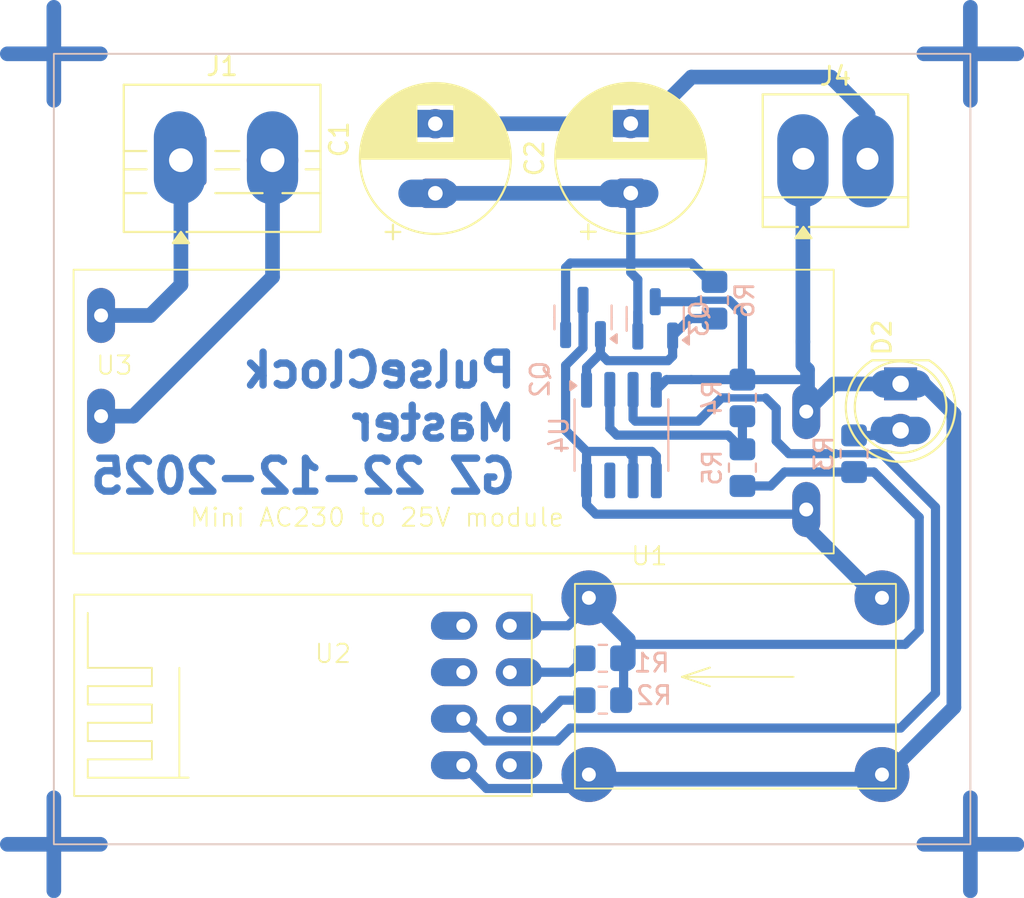
<source format=kicad_pcb>
(kicad_pcb (version 20241229) (generator "pcbnew") (generator_version "9.0")
  (layers (0 "F.Cu" signal) (2 "B.Cu" signal) (13 "F.Paste" user) (15 "B.Paste" user) (5 "F.SilkS" user "F.Silkscreen") (7 "B.SilkS" user "B.Silkscreen") (1 "F.Mask" user) (3 "B.Mask" user) (25 "Edge.Cuts" user))
  (net 0 "")
  (net 1 "GND")
  (net 2 "Net-(D2-A)")
  (net 3 "Net-(J1-Pin_1)")
  (net 4 "+24V")
  (net 5 "Net-(Q2-E)")
  (net 6 "Net-(Q2-B)")
  (net 7 "+3.3V")
  (net 8 "Net-(U2-RST)")
  (net 9 "Net-(U2-EN)")
  (net 10 "Net-(U4A--)")
  (net 11 "Net-(U2-IO2)")
  (net 12 "unconnected-(U2-Tx-Pad5)")
  (net 13 "unconnected-(U2-Rx-Pad4)")
  (net 14 "rel1")
  (net 16 "Net-(J4-Pin_2)")
  (net 17 "Net-(J1-Pin_2)")
  (footprint "TerminalBlock:TerminalBlock_MaiXu_MX126-5.0-02P_1x02_P5.00mm" (layer "F.Cu") (at 157.306 41.3695)
    (property "Reference" "J1" (at 2.25 -5.12 0) (layer "F.SilkS"))
    (property "Value" "230V AC")
    (pad "1" thru_hole roundrect (at 0 0) (size 2.8 2.8) (drill 1.3) (layers "*.Cu" "*.Mask") (roundrect_rratio 0.089286) (net 3 "Net-(J1-Pin_1)"))
    (pad "2" thru_hole circle (at 5 0) (size 2.8 2.8) (drill 1.3) (layers "*.Cu" "*.Mask") (net 17 "Net-(J1-Pin_2)"))
  )
  (footprint "ownFootprints:ESP01_conn+outline" (layer "F.Cu") (at 172.72 54.102)
    (property "Reference" "U2" (at -7.112 14.224 0) (layer "F.SilkS") (effects (font (thickness 0.1))))
    (property "Value" "ESP01")
    (pad "1" thru_hole oval (at 0 20.32) (size 2.524 1.524) (drill 0.762 (offset -0.5 0)) (layers "*.Cu" "*.Mask") (net 1 "GND"))
    (pad "2" thru_hole oval (at 0 17.78) (size 2.524 1.524) (drill 0.762 (offset -0.5 0)) (layers "*.Cu" "*.Mask") (net 11 "Net-(U2-IO2)"))
    (pad "3" thru_hole oval (at 0 15.24) (size 2.524 1.524) (drill 0.762 (offset -0.5 0)) (layers "*.Cu" "*.Mask") (net 14 "rel1"))
    (pad "4" thru_hole oval (at 0 12.7) (size 2.524 1.524) (drill 0.762 (offset -0.5 0)) (layers "*.Cu" "*.Mask") (net 13 "unconnected-(U2-Rx-Pad4)"))
    (pad "5" thru_hole oval (at 2.54 20.32) (size 2.524 1.524) (drill 0.762 (offset 0.5 0)) (layers "*.Cu" "*.Mask") (net 12 "unconnected-(U2-Tx-Pad5)"))
    (pad "6" thru_hole oval (at 2.54 17.78) (size 2.524 1.524) (drill 0.762 (offset 0.5 0)) (layers "*.Cu" "*.Mask") (net 9 "Net-(U2-EN)"))
    (pad "7" thru_hole oval (at 2.54 15.24) (size 2.524 1.524) (drill 0.762 (offset 0.5 0)) (layers "*.Cu" "*.Mask") (net 8 "Net-(U2-RST)"))
    (pad "8" thru_hole oval (at 2.54 12.7) (size 2.524 1.524) (drill 0.762 (offset 0.5 0)) (layers "*.Cu" "*.Mask") (net 7 "+3.3V"))
  )
  (footprint "TerminalBlock_4Ucon:TerminalBlock_4Ucon_1x02_P3.50mm_Horizontal" (layer "F.Cu") (at 191.29 41.2965)
    (property "Reference" "J4" (at 1.75 -4.52 0) (layer "F.SilkS"))
    (property "Value" "out")
    (pad "1" thru_hole roundrect (at 0 0) (size 2.4 2.4) (drill 1.2) (layers "*.Cu" "*.Mask") (roundrect_rratio 0.104167) (net 1 "GND"))
    (pad "2" thru_hole circle (at 3.5 0) (size 2.4 2.4) (drill 1.2) (layers "*.Cu" "*.Mask") (net 16 "Net-(J4-Pin_2)"))
  )
  (footprint "Capacitor_THT:CP_Radial_D8.0mm_P3.80mm" (layer "F.Cu") (at 181.864 43.17 90)
    (property "Reference" "C2" (at 1.9 -5.25 90) (layer "F.SilkS"))
    (property "Value" "470uF/40V")
    (pad "1" thru_hole roundrect (at 0 0 90) (size 1.6 1.6) (drill 0.8) (layers "*.Cu" "*.Mask") (roundrect_rratio 0.15625) (net 5 "Net-(Q2-E)"))
    (pad "2" thru_hole circle (at 3.8 0 90) (size 1.6 1.6) (drill 0.8) (layers "*.Cu" "*.Mask") (net 16 "Net-(J4-Pin_2)"))
  )
  (footprint "LED_THT:LED_D5.0mm" (layer "F.Cu") (at 196.596 53.589 -90)
    (property "Reference" "D2" (at -2.535 1.016 90) (layer "F.SilkS"))
    (property "Value" "LED")
    (pad "1" thru_hole rect (at 0 0 270) (size 1.8 1.8) (drill 0.9) (layers "*.Cu" "*.Mask") (net 1 "GND"))
    (pad "2" thru_hole circle (at 2.54 0 270) (size 1.8 1.8) (drill 0.9) (layers "*.Cu" "*.Mask") (net 2 "Net-(D2-A)"))
  )
  (footprint "ownFootprints:Mini Ac-DC 230 to 24V module EBAY" (layer "F.Cu") (at 171.196 55.352)
    (property "Reference" "U3" (at -17.526 -2.774 0) (layer "F.SilkS") (effects (font (thickness 0.1))))
    (property "Value" "230to24V")
    (fp_text user "Mini AC230 to 25V module" (at -13.462 6.116 0) (layer "F.SilkS") (effects (font (thickness 0.1)) (justify left bottom)))
    (pad "1" thru_hole oval (at -18.25 -5.5) (size 1.524 3) (drill 0.762) (layers "*.Cu" "*.Mask") (net 3 "Net-(J1-Pin_1)"))
    (pad "2" thru_hole oval (at -18.25 0) (size 1.524 3) (drill 0.762) (layers "*.Cu" "*.Mask") (net 17 "Net-(J1-Pin_2)"))
    (pad "3" thru_hole oval (at 20.25 -0.25) (size 1.524 3) (drill 0.762) (layers "*.Cu" "*.Mask") (net 1 "GND"))
    (pad "4" thru_hole oval (at 20.25 5.1) (size 1.524 3) (drill 0.762) (layers "*.Cu" "*.Mask") (net 4 "+24V"))
  )
  (footprint "ownFootprints:Mini-Stepdown" (layer "F.Cu") (at 178.816 64.516)
    (property "Reference" "U1" (at 4.064 -1.524 0) (layer "F.SilkS") (effects (font (thickness 0.1))))
    (property "Value" "stepdown")
    (pad "1" thru_hole circle (at 16.764 0.762) (size 3 3) (drill 0.762) (layers "*.Cu" "*.Mask") (net 4 "+24V"))
    (pad "2" thru_hole circle (at 16.764 10.414) (size 3 3) (drill 0.762) (layers "*.Cu" "*.Mask") (net 1 "GND"))
    (pad "3" thru_hole circle (at 0.762 0.762) (size 3 3) (drill 0.762) (layers "*.Cu" "*.Mask") (net 7 "+3.3V"))
    (pad "4" thru_hole circle (at 0.762 10.414) (size 3 3) (drill 0.762) (layers "*.Cu" "*.Mask") (net 1 "GND"))
  )
  (footprint "Capacitor_THT:CP_Radial_D8.0mm_P3.80mm" (layer "F.Cu") (at 171.196 43.18 90)
    (property "Reference" "C1" (at 2.9485 -5.25 90) (layer "F.SilkS"))
    (property "Value" "470uF/40V")
    (pad "1" thru_hole roundrect (at 0 0 90) (size 1.6 1.6) (drill 0.8) (layers "*.Cu" "*.Mask") (roundrect_rratio 0.15625) (net 5 "Net-(Q2-E)"))
    (pad "2" thru_hole circle (at 3.8 0 90) (size 1.6 1.6) (drill 0.8) (layers "*.Cu" "*.Mask") (net 16 "Net-(J4-Pin_2)"))
  )
  (footprint "Resistor_SMD:R_0805_2012Metric_Pad1.20x1.40mm_HandSolder" (layer "B.Cu") (at 180.34 68.58 180)
    (property "Reference" "R1" (at -2.667 -0.254 0) (layer "B.SilkS") (effects (justify mirror)))
    (property "Value" "10k")
    (pad "1" smd roundrect (at -1 0 180) (size 1.2 1.4) (layers "B.Cu" "B.Mask" "B.Paste") (roundrect_rratio 0.208333) (net 7 "+3.3V"))
    (pad "2" smd roundrect (at 1 0 180) (size 1.2 1.4) (layers "B.Cu" "B.Mask" "B.Paste") (roundrect_rratio 0.208333) (net 8 "Net-(U2-RST)"))
  )
  (footprint "Resistor_SMD:R_0805_2012Metric_Pad1.20x1.40mm_HandSolder" (layer "B.Cu") (at 194.056 57.404 -90)
    (property "Reference" "R3" (at 0 1.65 90) (layer "B.SilkS") (effects (justify mirror)))
    (property "Value" "180")
    (pad "1" smd roundrect (at -1 0 270) (size 1.2 1.4) (layers "B.Cu" "B.Mask" "B.Paste") (roundrect_rratio 0.208333) (net 2 "Net-(D2-A)"))
    (pad "2" smd roundrect (at 1 0 270) (size 1.2 1.4) (layers "B.Cu" "B.Mask" "B.Paste") (roundrect_rratio 0.208333) (net 7 "+3.3V"))
  )
  (footprint "Resistor_SMD:R_0805_2012Metric_Pad1.20x1.40mm_HandSolder" (layer "B.Cu") (at 186.436 49.022 90)
    (property "Reference" "R6" (at 0 1.65 90) (layer "B.SilkS") (effects (justify mirror)))
    (property "Value" "220")
    (pad "1" smd roundrect (at -1 0 90) (size 1.2 1.4) (layers "B.Cu" "B.Mask" "B.Paste") (roundrect_rratio 0.208333) (net 6 "Net-(Q2-B)"))
    (pad "2" smd roundrect (at 1 0 90) (size 1.2 1.4) (layers "B.Cu" "B.Mask" "B.Paste") (roundrect_rratio 0.208333) (net 5 "Net-(Q2-E)"))
  )
  (footprint "Resistor_SMD:R_0805_2012Metric_Pad1.20x1.40mm_HandSolder" (layer "B.Cu") (at 187.96 58.166 -90)
    (property "Reference" "R5" (at 0 1.65 90) (layer "B.SilkS") (effects (justify mirror)))
    (property "Value" "3k3")
    (pad "1" smd roundrect (at -1 0 270) (size 1.2 1.4) (layers "B.Cu" "B.Mask" "B.Paste") (roundrect_rratio 0.208333) (net 10 "Net-(U4A--)"))
    (pad "2" smd roundrect (at 1 0 270) (size 1.2 1.4) (layers "B.Cu" "B.Mask" "B.Paste") (roundrect_rratio 0.208333) (net 7 "+3.3V"))
  )
  (footprint "Resistor_SMD:R_0805_2012Metric_Pad1.20x1.40mm_HandSolder" (layer "B.Cu") (at 187.96 54.356 -90)
    (property "Reference" "R4" (at 0 1.65 90) (layer "B.SilkS") (effects (justify mirror)))
    (property "Value" "3k3")
    (pad "1" smd roundrect (at -1 0 270) (size 1.2 1.4) (layers "B.Cu" "B.Mask" "B.Paste") (roundrect_rratio 0.208333) (net 1 "GND"))
    (pad "2" smd roundrect (at 1 0 270) (size 1.2 1.4) (layers "B.Cu" "B.Mask" "B.Paste") (roundrect_rratio 0.208333) (net 10 "Net-(U4A--)"))
  )
  (footprint "Package_TO_SOT_SMD:SOT-23" (layer "B.Cu") (at 179.258 49.9595 90)
    (property "Reference" "Q2" (at -3.3805 -2.347 90) (layer "B.SilkS") (effects (justify mirror)))
    (property "Value" "BC817")
    (pad "1" smd roundrect (at -0.9375 0.95 90) (size 1.475 0.6) (layers "B.Cu" "B.Mask" "B.Paste") (net 6 "Net-(Q2-B)"))
    (pad "2" smd roundrect (at -0.9375 -0.95 90) (size 1.475 0.6) (layers "B.Cu" "B.Mask" "B.Paste") (net 5 "Net-(Q2-E)"))
    (pad "3" smd roundrect (at 0.9375 0 90) (size 1.475 0.6) (layers "B.Cu" "B.Mask" "B.Paste") (net 4 "+24V"))
  )
  (footprint "Package_SO:SOIC-8_3.9x4.9mm_P1.27mm" (layer "B.Cu") (at 181.356 56.388 -90)
    (property "Reference" "U4" (at 0 3.4 90) (layer "B.SilkS") (effects (justify mirror)))
    (property "Value" "LM358")
    (pad "1" smd roundrect (at -2.475 1.905 270) (size 1.95 0.6) (layers "B.Cu" "B.Mask" "B.Paste") (net 6 "Net-(Q2-B)"))
    (pad "2" smd roundrect (at -2.475 0.635 270) (size 1.95 0.6) (layers "B.Cu" "B.Mask" "B.Paste") (net 10 "Net-(U4A--)"))
    (pad "3" smd roundrect (at -2.475 -0.635 270) (size 1.95 0.6) (layers "B.Cu" "B.Mask" "B.Paste") (net 11 "Net-(U2-IO2)"))
    (pad "4" smd roundrect (at -2.475 -1.905 270) (size 1.95 0.6) (layers "B.Cu" "B.Mask" "B.Paste") (net 1 "GND"))
    (pad "5" smd roundrect (at 2.475 -1.905 270) (size 1.95 0.6) (layers "B.Cu" "B.Mask" "B.Paste") (net 4 "+24V"))
    (pad "6" smd roundrect (at 2.475 -0.635 270) (size 1.95 0.6) (layers "B.Cu" "B.Mask" "B.Paste") (net 4 "+24V"))
    (pad "7" smd roundrect (at 2.475 0.635 270) (size 1.95 0.6) (layers "B.Cu" "B.Mask" "B.Paste"))
    (pad "8" smd roundrect (at 2.475 1.905 270) (size 1.95 0.6) (layers "B.Cu" "B.Mask" "B.Paste") (net 4 "+24V"))
  )
  (footprint "Resistor_SMD:R_0805_2012Metric_Pad1.20x1.40mm_HandSolder" (layer "B.Cu") (at 180.34 70.866 180)
    (property "Reference" "R2" (at -2.794 0.254 0) (layer "B.SilkS") (effects (justify mirror)))
    (property "Value" "10k")
    (pad "1" smd roundrect (at -1 0 180) (size 1.2 1.4) (layers "B.Cu" "B.Mask" "B.Paste") (roundrect_rratio 0.208333) (net 7 "+3.3V"))
    (pad "2" smd roundrect (at 1 0 180) (size 1.2 1.4) (layers "B.Cu" "B.Mask" "B.Paste") (roundrect_rratio 0.208333) (net 9 "Net-(U2-EN)"))
  )
  (footprint "Package_TO_SOT_SMD:SOT-23" (layer "B.Cu") (at 183.2 50.038 90)
    (property "Reference" "Q3" (at 0 2.4 90) (layer "B.SilkS") (effects (justify mirror)))
    (property "Value" "BC807")
    (pad "1" smd roundrect (at -0.9375 0.95 90) (size 1.475 0.6) (layers "B.Cu" "B.Mask" "B.Paste") (net 6 "Net-(Q2-B)"))
    (pad "2" smd roundrect (at -0.9375 -0.95 90) (size 1.475 0.6) (layers "B.Cu" "B.Mask" "B.Paste") (net 5 "Net-(Q2-E)"))
    (pad "3" smd roundrect (at 0.9375 0 90) (size 1.475 0.6) (layers "B.Cu" "B.Mask" "B.Paste") (net 1 "GND"))
  )
  (gr_rect (start 150.368 35.56) (end 200.406 78.74) (stroke (width 0.1)) (fill no) (layer "B.SilkS"))
  (gr_rect (start 150.368 35.56) (end 200.406 78.74) (stroke (width 0.05)) (fill no) (layer "Edge.Cuts"))
  (gr_text "PulseClock\nMaster\nGZ 22-12-2025" (at 175.768 59.69 0) (layer "B.Cu") (effects (font (size 1.8 1.8) (thickness 0.4) (bold yes)) (justify left bottom mirror)))
  (segment (start 200.406 76.2) (end 200.406 81.28) (width 0.8) (layer "B.Cu") (net 0))
  (segment (start 150.368 76.2) (end 150.368 81.28) (width 0.8) (layer "B.Cu") (net 0))
  (segment (start 200.406 33.02) (end 200.406 38.1) (width 0.8) (layer "B.Cu") (net 0))
  (segment (start 197.866 35.56) (end 202.946 35.56) (width 0.8) (layer "B.Cu") (net 0))
  (segment (start 147.828 78.74) (end 152.908 78.74) (width 0.8) (layer "B.Cu") (net 0))
  (segment (start 147.828 35.56) (end 152.908 35.56) (width 0.8) (layer "B.Cu") (net 0))
  (segment (start 150.368 33.02) (end 150.368 38.1) (width 0.8) (layer "B.Cu") (net 0))
  (segment (start 197.866 78.74) (end 202.946 78.74) (width 0.8) (layer "B.Cu") (net 0))
  (segment (start 195.715 75.184) (end 179.713 75.184) (width 0.8) (layer "B.Cu") (net 1))
  (segment (start 185.559208 49.1005) (end 185.637708 49.022) (width 0.5) (layer "B.Cu") (net 1))
  (segment (start 185.801 49.022) (end 187.071 49.022) (width 0.4) (layer "B.Cu") (net 1))
  (segment (start 187.96 53.356) (end 185.166 53.356) (width 0.5) (layer "B.Cu") (net 1))
  (segment (start 183.2 53.852) (end 183.261 53.913) (width 0.5) (layer "B.Cu") (net 1))
  (segment (start 187.96 53.356) (end 191.5 53.356) (width 0.5) (layer "B.Cu") (net 1))
  (segment (start 192.954 53.594) (end 197.866 53.594) (width 0.8) (layer "B.Cu") (net 1))
  (segment (start 199.505 71.259) (end 195.834 74.93) (width 0.8) (layer "B.Cu") (net 1))
  (segment (start 191.446 55.102) (end 191.516 55.032) (width 0.8) (layer "B.Cu") (net 1))
  (segment (start 191.262 52.562) (end 191.262 51.292) (width 0.8) (layer "B.Cu") (net 1))
  (segment (start 183.818 53.356) (end 183.261 53.913) (width 0.5) (layer "B.Cu") (net 1))
  (segment (start 191.516 52.816) (end 191.262 52.562) (width 0.8) (layer "B.Cu") (net 1))
  (segment (start 199.505 55.233) (end 199.505 71.259) (width 0.8) (layer "B.Cu") (net 1))
  (segment (start 185.166 53.356) (end 183.818 53.356) (width 0.5) (layer "B.Cu") (net 1))
  (segment (start 197.866 53.594) (end 199.505 55.233) (width 0.8) (layer "B.Cu") (net 1))
  (segment (start 191.262 42.6655) (end 191.29 42.6375) (width 0.8) (layer "B.Cu") (net 1))
  (segment (start 173.99 75.692) (end 179.205 75.692) (width 0.5) (layer "B.Cu") (net 1))
  (segment (start 195.461 75.438) (end 195.715 75.184) (width 0.8) (layer "B.Cu") (net 1))
  (segment (start 172.72 74.422) (end 171.704 74.422) (width 1.5) (layer "B.Cu") (net 1))
  (segment (start 191.262 42.545) (end 191.262 40.259) (width 2.8) (layer "B.Cu") (net 1))
  (segment (start 191.516 55.032) (end 191.516 52.816) (width 0.8) (layer "B.Cu") (net 1))
  (segment (start 191.446 55.102) (end 192.954 53.594) (width 0.8) (layer "B.Cu") (net 1))
  (segment (start 179.205 75.692) (end 179.713 75.184) (width 0.5) (layer "B.Cu") (net 1))
  (segment (start 195.707 53.594) (end 197.485 53.594) (width 1.5) (layer "B.Cu") (net 1))
  (segment (start 183.2 49.1005) (end 185.559208 49.1005) (width 0.5) (layer "B.Cu") (net 1))
  (segment (start 187.96 49.747708) (end 187.234292 49.022) (width 0.5) (layer "B.Cu") (net 1))
  (segment (start 191.262 51.292) (end 191.262 42.6655) (width 0.8) (layer "B.Cu") (net 1))
  (segment (start 191.5 53.356) (end 191.516 53.34) (width 0.5) (layer "B.Cu") (net 1))
  (segment (start 172.72 74.422) (end 173.99 75.692) (width 0.5) (layer "B.Cu") (net 1))
  (segment (start 191.29 42.6375) (end 191.29 41.2965) (width 0.8) (layer "B.Cu") (net 1))
  (segment (start 187.96 53.356) (end 187.96 49.747708) (width 0.5) (layer "B.Cu") (net 1))
  (segment (start 196.321 56.404) (end 196.596 56.129) (width 0.5) (layer "B.Cu") (net 2))
  (segment (start 195.707 56.134) (end 197.485 56.134) (width 1.5) (layer "B.Cu") (net 2))
  (segment (start 194.056 56.404) (end 196.321 56.404) (width 0.5) (layer "B.Cu") (net 2))
  (segment (start 157.306 48.18) (end 155.634 49.852) (width 0.8) (layer "B.Cu") (net 3))
  (segment (start 155.634 49.852) (end 152.946 49.852) (width 0.8) (layer "B.Cu") (net 3))
  (segment (start 157.226 42.3855) (end 157.226 40.0995) (width 2.8) (layer "B.Cu") (net 3))
  (segment (start 157.306 41.3695) (end 157.306 48.18) (width 0.8) (layer "B.Cu") (net 3))
  (segment (start 181.675 57.277) (end 183.007 57.277) (width 0.5) (layer "B.Cu") (net 4))
  (segment (start 181.864 57.466) (end 181.991 57.593) (width 0.5) (layer "B.Cu") (net 4))
  (segment (start 178.308 56.134) (end 179.451 57.277) (width 0.5) (layer "B.Cu") (net 4))
  (segment (start 179.451 58.863) (end 179.451 60.198) (width 0.5) (layer "B.Cu") (net 4))
  (segment (start 181.991 57.593) (end 181.991 58.863) (width 0.5) (layer "B.Cu") (net 4))
  (segment (start 191.446 61.398) (end 191.446 60.452) (width 0.8) (layer "B.Cu") (net 4))
  (segment (start 179.451 57.277) (end 181.675 57.277) (width 0.5) (layer "B.Cu") (net 4))
  (segment (start 183.261 57.531) (end 183.261 58.863) (width 0.5) (layer "B.Cu") (net 4))
  (segment (start 191.446 60.452) (end 191.7 60.706) (width 0.8) (layer "B.Cu") (net 4))
  (segment (start 178.308 52.578) (end 178.308 56.134) (width 0.5) (layer "B.Cu") (net 4))
  (segment (start 195.715 65.532) (end 195.58 65.532) (width 0.8) (layer "B.Cu") (net 4))
  (segment (start 181.864 57.277) (end 181.864 57.466) (width 0.5) (layer "B.Cu") (net 4))
  (segment (start 195.58 65.532) (end 191.446 61.398) (width 0.8) (layer "B.Cu") (net 4))
  (segment (start 179.959 60.706) (end 191.192 60.706) (width 0.5) (layer "B.Cu") (net 4))
  (segment (start 183.007 57.277) (end 183.261 57.531) (width 0.5) (layer "B.Cu") (net 4))
  (segment (start 179.451 60.198) (end 179.959 60.706) (width 0.5) (layer "B.Cu") (net 4))
  (segment (start 179.258 49.022) (end 179.258 51.628) (width 0.5) (layer "B.Cu") (net 4))
  (segment (start 179.258 51.628) (end 178.308 52.578) (width 0.5) (layer "B.Cu") (net 4))
  (segment (start 191.192 60.706) (end 191.446 60.452) (width 0.5) (layer "B.Cu") (net 4))
  (segment (start 179.451 57.277) (end 179.451 58.863) (width 0.5) (layer "B.Cu") (net 4))
  (segment (start 182.25 47.884) (end 182.25 50.9755) (width 0.5) (layer "B.Cu") (net 5))
  (segment (start 182.118 47.752) (end 182.25 47.884) (width 0.5) (layer "B.Cu") (net 5))
  (segment (start 185.166 46.99) (end 178.562 46.99) (width 0.5) (layer "B.Cu") (net 5))
  (segment (start 182.25 50.9755) (end 182.25 49.662) (width 0.5) (layer "B.Cu") (net 5))
  (segment (start 186.198 48.022) (end 185.166 46.99) (width 0.5) (layer "B.Cu") (net 5))
  (segment (start 170.942 43.18) (end 181.092 43.18) (width 0.8) (layer "B.Cu") (net 5))
  (segment (start 181.092 43.18) (end 181.102 43.17) (width 0.8) (layer "B.Cu") (net 5))
  (segment (start 169.926 43.18) (end 171.704 43.18) (width 1.5) (layer "B.Cu") (net 5))
  (segment (start 181.102 43.17) (end 181.864 43.932) (width 0.5) (layer "B.Cu") (net 5))
  (segment (start 178.308 47.244) (end 178.308 50.897) (width 0.5) (layer "B.Cu") (net 5))
  (segment (start 181.864 43.932) (end 181.864 47.498) (width 0.5) (layer "B.Cu") (net 5))
  (segment (start 181.864 47.498) (end 182.118 47.752) (width 0.5) (layer "B.Cu") (net 5))
  (segment (start 180.848 43.18) (end 182.626 43.18) (width 1.5) (layer "B.Cu") (net 5))
  (segment (start 186.436 48.022) (end 186.198 48.022) (width 0.5) (layer "B.Cu") (net 5))
  (segment (start 178.562 46.99) (end 178.308 47.244) (width 0.5) (layer "B.Cu") (net 5))
  (segment (start 185.1035 50.022) (end 184.15 50.9755) (width 0.5) (layer "B.Cu") (net 6))
  (segment (start 184.15 52.07) (end 184.15 50.9755) (width 0.5) (layer "B.Cu") (net 6))
  (segment (start 186.436 50.022) (end 185.1035 50.022) (width 0.5) (layer "B.Cu") (net 6))
  (segment (start 180.208 51.938) (end 180.208 50.897) (width 0.5) (layer "B.Cu") (net 6))
  (segment (start 180.594 52.324) (end 183.896 52.324) (width 0.5) (layer "B.Cu") (net 6))
  (segment (start 180.208 51.938) (end 180.594 52.324) (width 0.5) (layer "B.Cu") (net 6))
  (segment (start 179.451 53.913) (end 179.451 52.695) (width 0.5) (layer "B.Cu") (net 6))
  (segment (start 183.896 52.324) (end 184.15 52.07) (width 0.5) (layer "B.Cu") (net 6))
  (segment (start 179.451 52.695) (end 180.208 51.938) (width 0.5) (layer "B.Cu") (net 6))
  (segment (start 197.612 60.87628) (end 197.612 67.056) (width 0.5) (layer "B.Cu") (net 7))
  (segment (start 189.5 59.166) (end 190.262 58.404) (width 0.5) (layer "B.Cu") (net 7))
  (segment (start 175.26 66.802) (end 178.443 66.802) (width 0.5) (layer "B.Cu") (net 7))
  (segment (start 195.13972 58.404) (end 197.612 60.87628) (width 0.5) (layer "B.Cu") (net 7))
  (segment (start 190.262 58.404) (end 195.13972 58.404) (width 0.5) (layer "B.Cu") (net 7))
  (segment (start 187.96 59.166) (end 189.5 59.166) (width 0.5) (layer "B.Cu") (net 7))
  (segment (start 181.729 67.548) (end 181.729 67.818) (width 0.8) (layer "B.Cu") (net 7))
  (segment (start 176.276 66.802) (end 175.26 66.802) (width 1.5) (layer "B.Cu") (net 7))
  (segment (start 181.475 69.088) (end 181.729 68.834) (width 0.5) (layer "B.Cu") (net 7))
  (segment (start 181.475 70.358) (end 181.475 69.088) (width 0.5) (layer "B.Cu") (net 7))
  (segment (start 181.729 67.818) (end 181.729 68.834) (width 0.8) (layer "B.Cu") (net 7))
  (segment (start 178.443 66.802) (end 179.713 65.532) (width 0.5) (layer "B.Cu") (net 7))
  (segment (start 179.713 65.532) (end 181.729 67.548) (width 0.8) (layer "B.Cu") (net 7))
  (segment (start 196.85 67.818) (end 181.729 67.818) (width 0.5) (layer "B.Cu") (net 7))
  (segment (start 197.612 67.056) (end 196.85 67.818) (width 0.5) (layer "B.Cu") (net 7))
  (segment (start 175.26 69.342) (end 178.578 69.342) (width 0.5) (layer "B.Cu") (net 8))
  (segment (start 176.276 69.342) (end 175.26 69.342) (width 1.5) (layer "B.Cu") (net 8))
  (segment (start 178.578 69.342) (end 179.34 68.58) (width 0.5) (layer "B.Cu") (net 8))
  (segment (start 177.038 71.882) (end 175.26 71.882) (width 0.5) (layer "B.Cu") (net 9))
  (segment (start 179.34 70.866) (end 178.054 70.866) (width 0.5) (layer "B.Cu") (net 9))
  (segment (start 178.054 70.866) (end 177.038 71.882) (width 0.5) (layer "B.Cu") (net 9))
  (segment (start 176.276 71.882) (end 175.26 71.882) (width 1.5) (layer "B.Cu") (net 9))
  (segment (start 187.96 57.166) (end 187.96 55.356) (width 0.5) (layer "B.Cu") (net 10))
  (segment (start 180.721 56.007) (end 180.721 53.913) (width 0.5) (layer "B.Cu") (net 10))
  (segment (start 187.96 57.166) (end 187.182 56.388) (width 0.5) (layer "B.Cu") (net 10))
  (segment (start 187.182 56.388) (end 181.102 56.388) (width 0.5) (layer "B.Cu") (net 10))
  (segment (start 181.102 56.388) (end 180.721 56.007) (width 0.5) (layer "B.Cu") (net 10))
  (segment (start 192.9765 57.404) (end 195.1355 57.404) (width 0.4) (layer "B.Cu") (net 11))
  (segment (start 190.5 57.404) (end 193.04 57.404) (width 0.5) (layer "B.Cu") (net 11))
  (segment (start 195.072 57.404) (end 195.58 57.404) (width 0.5) (layer "B.Cu") (net 11))
  (segment (start 185.547 55.626) (end 186.817 54.356) (width 0.5) (layer "B.Cu") (net 11))
  (segment (start 198.501 70.485) (end 196.596 72.39) (width 0.5) (layer "B.Cu") (net 11))
  (segment (start 198.501 60.325) (end 198.501 70.485) (width 0.5) (layer "B.Cu") (net 11))
  (segment (start 195.58 57.404) (end 198.501 60.325) (width 0.5) (layer "B.Cu") (net 11))
  (segment (start 181.991 55.499) (end 182.118 55.626) (width 0.5) (layer "B.Cu") (net 11))
  (segment (start 172.72 71.882) (end 171.704 71.882) (width 1.5) (layer "B.Cu") (net 11))
  (segment (start 178.562 72.39) (end 177.857 73.095) (width 0.5) (layer "B.Cu") (net 11))
  (segment (start 187.071 54.356) (end 189.23 54.356) (width 0.4) (layer "B.Cu") (net 11))
  (segment (start 182.118 55.626) (end 185.547 55.626) (width 0.5) (layer "B.Cu") (net 11))
  (segment (start 177.857 73.095) (end 173.933 73.095) (width 0.5) (layer "B.Cu") (net 11))
  (segment (start 189.23 54.356) (end 189.806079 54.932079) (width 0.5) (layer "B.Cu") (net 11))
  (segment (start 181.991 53.913) (end 181.991 55.499) (width 0.5) (layer "B.Cu") (net 11))
  (segment (start 189.806079 54.932079) (end 189.806079 56.710079) (width 0.5) (layer "B.Cu") (net 11))
  (segment (start 173.933 73.095) (end 172.72 71.882) (width 0.5) (layer "B.Cu") (net 11))
  (segment (start 196.596 72.39) (end 178.562 72.39) (width 0.5) (layer "B.Cu") (net 11))
  (segment (start 189.806079 56.710079) (end 190.5 57.404) (width 0.5) (layer "B.Cu") (net 11))
  (segment (start 186.817 54.356) (end 187.161708 54.356) (width 0.5) (layer "B.Cu") (net 11))
  (segment (start 176.276 74.422) (end 175.26 74.422) (width 1.5) (layer "B.Cu") (net 12))
  (segment (start 172.72 66.802) (end 171.704 66.802) (width 1.5) (layer "B.Cu") (net 13))
  (segment (start 172.72 69.342) (end 171.704 69.342) (width 1.5) (layer "B.Cu") (net 14))
  (segment (start 194.818 39.1095) (end 194.79 39.1375) (width 0.8) (layer "B.Cu") (net 16))
  (segment (start 170.942 39.38) (end 182.626 39.38) (width 0.8) (layer "B.Cu") (net 16))
  (segment (start 170.18 39.37) (end 171.958 39.37) (width 1.5) (layer "B.Cu") (net 16))
  (segment (start 182.626 39.38) (end 185.176 36.83) (width 0.8) (layer "B.Cu") (net 16))
  (segment (start 194.818 42.545) (end 194.818 40.259) (width 2.8) (layer "B.Cu") (net 16))
  (segment (start 192.786 36.83) (end 194.818 38.862) (width 0.8) (layer "B.Cu") (net 16))
  (segment (start 194.79 39.1375) (end 194.79 41.2965) (width 0.8) (layer "B.Cu") (net 16))
  (segment (start 185.176 36.83) (end 192.786 36.83) (width 0.8) (layer "B.Cu") (net 16))
  (segment (start 194.818 38.862) (end 194.818 39.1095) (width 0.8) (layer "B.Cu") (net 16))
  (segment (start 181.102 39.37) (end 182.88 39.37) (width 1.5) (layer "B.Cu") (net 16))
  (segment (start 162.306 42.3855) (end 162.306 40.0995) (width 2.8) (layer "B.Cu") (net 17))
  (segment (start 152.946 55.352) (end 154.706 55.352) (width 0.8) (layer "B.Cu") (net 17))
  (segment (start 154.706 55.352) (end 162.306 47.752) (width 0.8) (layer "B.Cu") (net 17))
  (segment (start 162.306 47.752) (end 162.306 41.3695) (width 0.8) (layer "B.Cu") (net 17))
)
</source>
